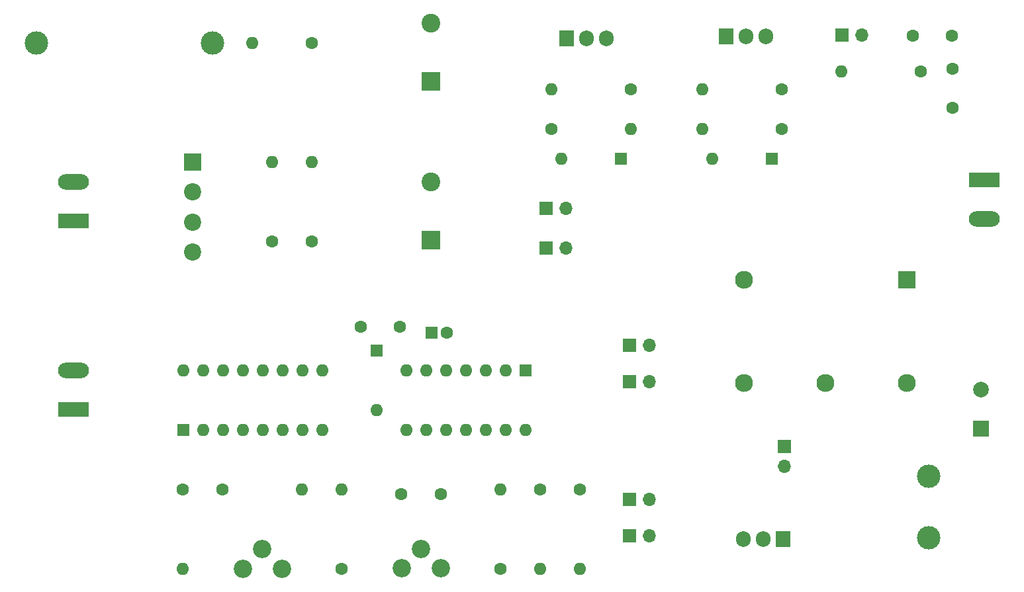
<source format=gbr>
%TF.GenerationSoftware,KiCad,Pcbnew,8.0.3*%
%TF.CreationDate,2024-07-06T20:18:36-03:00*%
%TF.ProjectId,Fuente_Conmutada,4675656e-7465-45f4-936f-6e6d75746164,rev?*%
%TF.SameCoordinates,Original*%
%TF.FileFunction,Soldermask,Bot*%
%TF.FilePolarity,Negative*%
%FSLAX46Y46*%
G04 Gerber Fmt 4.6, Leading zero omitted, Abs format (unit mm)*
G04 Created by KiCad (PCBNEW 8.0.3) date 2024-07-06 20:18:36*
%MOMM*%
%LPD*%
G01*
G04 APERTURE LIST*
%ADD10C,1.600000*%
%ADD11O,1.600000X1.600000*%
%ADD12R,1.905000X2.000000*%
%ADD13O,1.905000X2.000000*%
%ADD14C,3.000000*%
%ADD15R,1.600000X1.600000*%
%ADD16R,3.960000X1.980000*%
%ADD17O,3.960000X1.980000*%
%ADD18R,2.400000X2.400000*%
%ADD19C,2.400000*%
%ADD20R,1.700000X1.700000*%
%ADD21O,1.700000X1.700000*%
%ADD22R,2.000000X2.000000*%
%ADD23C,2.000000*%
%ADD24R,2.300000X2.300000*%
%ADD25C,2.300000*%
%ADD26C,2.340000*%
%ADD27R,2.200000X2.200000*%
%ADD28C,2.200000*%
G04 APERTURE END LIST*
D10*
%TO.C,R10*%
X157010000Y-65918000D03*
D11*
X146850000Y-65918000D03*
%TD*%
D10*
%TO.C,R12*%
X176314000Y-71006000D03*
D11*
X166154000Y-71006000D03*
%TD*%
D10*
%TO.C,C7*%
X198158000Y-63259000D03*
X198158000Y-68259000D03*
%TD*%
D12*
%TO.C,Q1*%
X169202000Y-59132000D03*
D13*
X171742000Y-59132000D03*
X174282000Y-59132000D03*
%TD*%
D10*
%TO.C,R11*%
X146850000Y-70998000D03*
D11*
X157010000Y-70998000D03*
%TD*%
D14*
%TO.C,L1*%
X195110000Y-123330000D03*
X195110000Y-115430000D03*
%TD*%
D12*
%TO.C,Q2*%
X148823000Y-59392000D03*
D13*
X151363000Y-59392000D03*
X153903000Y-59392000D03*
%TD*%
D15*
%TO.C,U1*%
X99748000Y-109477000D03*
D11*
X102288000Y-109477000D03*
X104828000Y-109477000D03*
X107368000Y-109477000D03*
X109908000Y-109477000D03*
X112448000Y-109477000D03*
X114988000Y-109477000D03*
X117528000Y-109477000D03*
X117528000Y-101857000D03*
X114988000Y-101857000D03*
X112448000Y-101857000D03*
X109908000Y-101857000D03*
X107368000Y-101857000D03*
X104828000Y-101857000D03*
X102288000Y-101857000D03*
X99748000Y-101857000D03*
%TD*%
D16*
%TO.C,J2*%
X85763000Y-106867000D03*
D17*
X85763000Y-101867000D03*
%TD*%
D15*
%TO.C,D2*%
X124498000Y-99327000D03*
D11*
X124498000Y-106947000D03*
%TD*%
D10*
%TO.C,C3*%
X127673000Y-117742000D03*
X132673000Y-117742000D03*
%TD*%
D14*
%TO.C,F1*%
X103543000Y-59957000D03*
X80943000Y-59957000D03*
%TD*%
D16*
%TO.C,J1*%
X85763000Y-82737000D03*
D17*
X85763000Y-77737000D03*
%TD*%
D18*
%TO.C,C2*%
X131483000Y-64917000D03*
D19*
X131483000Y-57417000D03*
%TD*%
D20*
%TO.C,JP6*%
X156883000Y-98692000D03*
D21*
X159423000Y-98692000D03*
%TD*%
D20*
%TO.C,JP4*%
X156883000Y-118377000D03*
D21*
X159423000Y-118377000D03*
%TD*%
D20*
%TO.C,JP1*%
X146215000Y-86254000D03*
D21*
X148755000Y-86254000D03*
%TD*%
D22*
%TO.C,C8*%
X201841000Y-109360000D03*
D23*
X201841000Y-104360000D03*
%TD*%
D20*
%TO.C,JP2*%
X146215000Y-81174000D03*
D21*
X148755000Y-81174000D03*
%TD*%
D24*
%TO.C,T1*%
X192302000Y-90314000D03*
D25*
X171502000Y-90314000D03*
X171502000Y-103514000D03*
X181902000Y-103514000D03*
X192302000Y-103514000D03*
%TD*%
D16*
%TO.C,J3*%
X202222000Y-77483000D03*
D17*
X202222000Y-82483000D03*
%TD*%
D12*
%TO.C,D5*%
X176443000Y-123447000D03*
D13*
X173903000Y-123447000D03*
X171363000Y-123447000D03*
%TD*%
D10*
%TO.C,R3*%
X99733000Y-117107000D03*
D11*
X99733000Y-127267000D03*
%TD*%
D10*
%TO.C,R5*%
X104813000Y-117107000D03*
D11*
X114973000Y-117107000D03*
%TD*%
D10*
%TO.C,C6*%
X198078000Y-59068000D03*
X193078000Y-59068000D03*
%TD*%
%TO.C,R2*%
X111163000Y-85357000D03*
D11*
X111163000Y-75197000D03*
%TD*%
D10*
%TO.C,C5*%
X122466000Y-96279000D03*
X127466000Y-96279000D03*
%TD*%
D26*
%TO.C,RV1*%
X107393000Y-127267000D03*
X109893000Y-124767000D03*
X112393000Y-127267000D03*
%TD*%
%TO.C,RV2*%
X127713000Y-127227000D03*
X130213000Y-124727000D03*
X132713000Y-127227000D03*
%TD*%
D20*
%TO.C,JP8*%
X176695000Y-111646000D03*
D21*
X176695000Y-114186000D03*
%TD*%
D10*
%TO.C,R4*%
X120053000Y-127267000D03*
D11*
X120053000Y-117107000D03*
%TD*%
D15*
%TO.C,D3*%
X175044000Y-74816000D03*
D11*
X167424000Y-74816000D03*
%TD*%
D10*
%TO.C,R13*%
X194094000Y-63640000D03*
D11*
X183934000Y-63640000D03*
%TD*%
D20*
%TO.C,JP3*%
X156883000Y-123027000D03*
D21*
X159423000Y-123027000D03*
%TD*%
D10*
%TO.C,R8*%
X140373000Y-127267000D03*
D11*
X140373000Y-117107000D03*
%TD*%
D10*
%TO.C,R7*%
X145453000Y-117107000D03*
D11*
X145453000Y-127267000D03*
%TD*%
D15*
%TO.C,U2*%
X143548000Y-101867000D03*
D11*
X141008000Y-101867000D03*
X138468000Y-101867000D03*
X135928000Y-101867000D03*
X133388000Y-101867000D03*
X130848000Y-101867000D03*
X128308000Y-101867000D03*
X128308000Y-109487000D03*
X130848000Y-109487000D03*
X133388000Y-109487000D03*
X135928000Y-109487000D03*
X138468000Y-109487000D03*
X141008000Y-109487000D03*
X143548000Y-109487000D03*
%TD*%
D20*
%TO.C,JP7*%
X184061000Y-58941000D03*
D21*
X186601000Y-58941000D03*
%TD*%
D10*
%TO.C,R1*%
X116243000Y-85357000D03*
D11*
X116243000Y-75197000D03*
%TD*%
D10*
%TO.C,TH1*%
X116243000Y-59957000D03*
D11*
X108623000Y-59957000D03*
%TD*%
D10*
%TO.C,R9*%
X176314000Y-65926000D03*
D11*
X166154000Y-65926000D03*
%TD*%
D15*
%TO.C,D4*%
X155740000Y-74808000D03*
D11*
X148120000Y-74808000D03*
%TD*%
D10*
%TO.C,R6*%
X150533000Y-117107000D03*
D11*
X150533000Y-127267000D03*
%TD*%
D18*
%TO.C,C1*%
X131483000Y-85237000D03*
D19*
X131483000Y-77737000D03*
%TD*%
D20*
%TO.C,JP5*%
X156883000Y-103342000D03*
D21*
X159423000Y-103342000D03*
%TD*%
D27*
%TO.C,D1*%
X101003000Y-75197000D03*
D28*
X101003000Y-79047000D03*
X101003000Y-82897000D03*
X101003000Y-86747000D03*
%TD*%
D15*
%TO.C,C4*%
X131515000Y-97041000D03*
D10*
X133515000Y-97041000D03*
%TD*%
M02*

</source>
